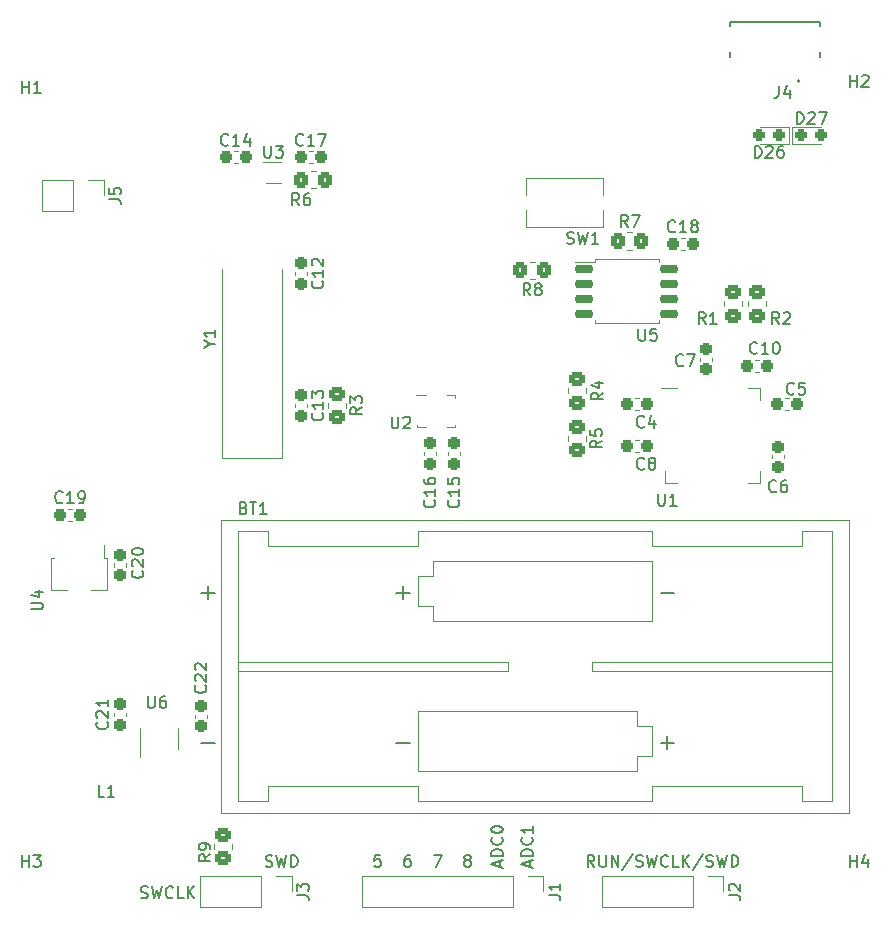
<source format=gto>
G04 #@! TF.GenerationSoftware,KiCad,Pcbnew,(6.0.5)*
G04 #@! TF.CreationDate,2023-04-10T12:53:00-04:00*
G04 #@! TF.ProjectId,control_board,636f6e74-726f-46c5-9f62-6f6172642e6b,rev?*
G04 #@! TF.SameCoordinates,Original*
G04 #@! TF.FileFunction,Legend,Top*
G04 #@! TF.FilePolarity,Positive*
%FSLAX46Y46*%
G04 Gerber Fmt 4.6, Leading zero omitted, Abs format (unit mm)*
G04 Created by KiCad (PCBNEW (6.0.5)) date 2023-04-10 12:53:00*
%MOMM*%
%LPD*%
G01*
G04 APERTURE LIST*
G04 Aperture macros list*
%AMRoundRect*
0 Rectangle with rounded corners*
0 $1 Rounding radius*
0 $2 $3 $4 $5 $6 $7 $8 $9 X,Y pos of 4 corners*
0 Add a 4 corners polygon primitive as box body*
4,1,4,$2,$3,$4,$5,$6,$7,$8,$9,$2,$3,0*
0 Add four circle primitives for the rounded corners*
1,1,$1+$1,$2,$3*
1,1,$1+$1,$4,$5*
1,1,$1+$1,$6,$7*
1,1,$1+$1,$8,$9*
0 Add four rect primitives between the rounded corners*
20,1,$1+$1,$2,$3,$4,$5,0*
20,1,$1+$1,$4,$5,$6,$7,0*
20,1,$1+$1,$6,$7,$8,$9,0*
20,1,$1+$1,$8,$9,$2,$3,0*%
%AMFreePoly0*
4,1,9,5.362500,-0.866500,1.237500,-0.866500,1.237500,-0.450000,-1.237500,-0.450000,-1.237500,0.450000,1.237500,0.450000,1.237500,0.866500,5.362500,0.866500,5.362500,-0.866500,5.362500,-0.866500,$1*%
G04 Aperture macros list end*
%ADD10C,0.150000*%
%ADD11C,0.120000*%
%ADD12C,0.200000*%
%ADD13C,0.127000*%
%ADD14C,0.100000*%
%ADD15R,1.700000X1.700000*%
%ADD16O,1.700000X1.700000*%
%ADD17R,1.600000X1.400000*%
%ADD18R,1.900000X1.900000*%
%ADD19O,0.900000X1.800000*%
%ADD20R,0.400000X1.350000*%
%ADD21C,0.500000*%
%ADD22RoundRect,0.237500X-0.237500X0.300000X-0.237500X-0.300000X0.237500X-0.300000X0.237500X0.300000X0*%
%ADD23RoundRect,0.237500X-0.300000X-0.237500X0.300000X-0.237500X0.300000X0.237500X-0.300000X0.237500X0*%
%ADD24C,2.100000*%
%ADD25RoundRect,0.250000X-0.350000X-0.450000X0.350000X-0.450000X0.350000X0.450000X-0.350000X0.450000X0*%
%ADD26R,0.650000X1.560000*%
%ADD27C,2.000000*%
%ADD28R,2.000000X2.000000*%
%ADD29C,3.450000*%
%ADD30R,0.900000X2.300000*%
%ADD31FreePoly0,270.000000*%
%ADD32RoundRect,0.237500X0.237500X-0.300000X0.237500X0.300000X-0.237500X0.300000X-0.237500X-0.300000X0*%
%ADD33RoundRect,0.150000X-0.650000X-0.150000X0.650000X-0.150000X0.650000X0.150000X-0.650000X0.150000X0*%
%ADD34RoundRect,0.250000X0.350000X0.450000X-0.350000X0.450000X-0.350000X-0.450000X0.350000X-0.450000X0*%
%ADD35RoundRect,0.250000X-0.450000X0.350000X-0.450000X-0.350000X0.450000X-0.350000X0.450000X0.350000X0*%
%ADD36RoundRect,0.237500X0.287500X0.237500X-0.287500X0.237500X-0.287500X-0.237500X0.287500X-0.237500X0*%
%ADD37R,0.675000X0.250000*%
%ADD38R,0.250000X0.675000*%
%ADD39R,2.000000X7.875000*%
%ADD40RoundRect,0.237500X0.300000X0.237500X-0.300000X0.237500X-0.300000X-0.237500X0.300000X-0.237500X0*%
%ADD41O,0.875000X0.200000*%
%ADD42O,0.200000X0.875000*%
%ADD43R,3.200000X3.200000*%
%ADD44RoundRect,0.250000X0.450000X-0.350000X0.450000X0.350000X-0.450000X0.350000X-0.450000X-0.350000X0*%
%ADD45RoundRect,0.237500X-0.287500X-0.237500X0.287500X-0.237500X0.287500X0.237500X-0.287500X0.237500X0*%
%ADD46R,1.500000X4.000000*%
%ADD47R,0.700000X0.340000*%
%ADD48R,2.108200X0.558800*%
G04 APERTURE END LIST*
D10*
X141509761Y-121800952D02*
X141414523Y-121753333D01*
X141366904Y-121705714D01*
X141319285Y-121610476D01*
X141319285Y-121562857D01*
X141366904Y-121467619D01*
X141414523Y-121420000D01*
X141509761Y-121372380D01*
X141700238Y-121372380D01*
X141795476Y-121420000D01*
X141843095Y-121467619D01*
X141890714Y-121562857D01*
X141890714Y-121610476D01*
X141843095Y-121705714D01*
X141795476Y-121753333D01*
X141700238Y-121800952D01*
X141509761Y-121800952D01*
X141414523Y-121848571D01*
X141366904Y-121896190D01*
X141319285Y-121991428D01*
X141319285Y-122181904D01*
X141366904Y-122277142D01*
X141414523Y-122324761D01*
X141509761Y-122372380D01*
X141700238Y-122372380D01*
X141795476Y-122324761D01*
X141843095Y-122277142D01*
X141890714Y-122181904D01*
X141890714Y-121991428D01*
X141843095Y-121896190D01*
X141795476Y-121848571D01*
X141700238Y-121800952D01*
X134223095Y-121372380D02*
X133746904Y-121372380D01*
X133699285Y-121848571D01*
X133746904Y-121800952D01*
X133842142Y-121753333D01*
X134080238Y-121753333D01*
X134175476Y-121800952D01*
X134223095Y-121848571D01*
X134270714Y-121943809D01*
X134270714Y-122181904D01*
X134223095Y-122277142D01*
X134175476Y-122324761D01*
X134080238Y-122372380D01*
X133842142Y-122372380D01*
X133746904Y-122324761D01*
X133699285Y-122277142D01*
X136715476Y-121372380D02*
X136525000Y-121372380D01*
X136429761Y-121420000D01*
X136382142Y-121467619D01*
X136286904Y-121610476D01*
X136239285Y-121800952D01*
X136239285Y-122181904D01*
X136286904Y-122277142D01*
X136334523Y-122324761D01*
X136429761Y-122372380D01*
X136620238Y-122372380D01*
X136715476Y-122324761D01*
X136763095Y-122277142D01*
X136810714Y-122181904D01*
X136810714Y-121943809D01*
X136763095Y-121848571D01*
X136715476Y-121800952D01*
X136620238Y-121753333D01*
X136429761Y-121753333D01*
X136334523Y-121800952D01*
X136286904Y-121848571D01*
X136239285Y-121943809D01*
X138731666Y-121372380D02*
X139398333Y-121372380D01*
X138969761Y-122372380D01*
X152329285Y-122372380D02*
X151995952Y-121896190D01*
X151757857Y-122372380D02*
X151757857Y-121372380D01*
X152138809Y-121372380D01*
X152234047Y-121420000D01*
X152281666Y-121467619D01*
X152329285Y-121562857D01*
X152329285Y-121705714D01*
X152281666Y-121800952D01*
X152234047Y-121848571D01*
X152138809Y-121896190D01*
X151757857Y-121896190D01*
X152757857Y-121372380D02*
X152757857Y-122181904D01*
X152805476Y-122277142D01*
X152853095Y-122324761D01*
X152948333Y-122372380D01*
X153138809Y-122372380D01*
X153234047Y-122324761D01*
X153281666Y-122277142D01*
X153329285Y-122181904D01*
X153329285Y-121372380D01*
X153805476Y-122372380D02*
X153805476Y-121372380D01*
X154376904Y-122372380D01*
X154376904Y-121372380D01*
X155567380Y-121324761D02*
X154710238Y-122610476D01*
X155853095Y-122324761D02*
X155995952Y-122372380D01*
X156234047Y-122372380D01*
X156329285Y-122324761D01*
X156376904Y-122277142D01*
X156424523Y-122181904D01*
X156424523Y-122086666D01*
X156376904Y-121991428D01*
X156329285Y-121943809D01*
X156234047Y-121896190D01*
X156043571Y-121848571D01*
X155948333Y-121800952D01*
X155900714Y-121753333D01*
X155853095Y-121658095D01*
X155853095Y-121562857D01*
X155900714Y-121467619D01*
X155948333Y-121420000D01*
X156043571Y-121372380D01*
X156281666Y-121372380D01*
X156424523Y-121420000D01*
X156757857Y-121372380D02*
X156995952Y-122372380D01*
X157186428Y-121658095D01*
X157376904Y-122372380D01*
X157615000Y-121372380D01*
X158567380Y-122277142D02*
X158519761Y-122324761D01*
X158376904Y-122372380D01*
X158281666Y-122372380D01*
X158138809Y-122324761D01*
X158043571Y-122229523D01*
X157995952Y-122134285D01*
X157948333Y-121943809D01*
X157948333Y-121800952D01*
X157995952Y-121610476D01*
X158043571Y-121515238D01*
X158138809Y-121420000D01*
X158281666Y-121372380D01*
X158376904Y-121372380D01*
X158519761Y-121420000D01*
X158567380Y-121467619D01*
X159472142Y-122372380D02*
X158995952Y-122372380D01*
X158995952Y-121372380D01*
X159805476Y-122372380D02*
X159805476Y-121372380D01*
X160376904Y-122372380D02*
X159948333Y-121800952D01*
X160376904Y-121372380D02*
X159805476Y-121943809D01*
X161519761Y-121324761D02*
X160662619Y-122610476D01*
X161805476Y-122324761D02*
X161948333Y-122372380D01*
X162186428Y-122372380D01*
X162281666Y-122324761D01*
X162329285Y-122277142D01*
X162376904Y-122181904D01*
X162376904Y-122086666D01*
X162329285Y-121991428D01*
X162281666Y-121943809D01*
X162186428Y-121896190D01*
X161995952Y-121848571D01*
X161900714Y-121800952D01*
X161853095Y-121753333D01*
X161805476Y-121658095D01*
X161805476Y-121562857D01*
X161853095Y-121467619D01*
X161900714Y-121420000D01*
X161995952Y-121372380D01*
X162234047Y-121372380D01*
X162376904Y-121420000D01*
X162710238Y-121372380D02*
X162948333Y-122372380D01*
X163138809Y-121658095D01*
X163329285Y-122372380D01*
X163567380Y-121372380D01*
X163948333Y-122372380D02*
X163948333Y-121372380D01*
X164186428Y-121372380D01*
X164329285Y-121420000D01*
X164424523Y-121515238D01*
X164472142Y-121610476D01*
X164519761Y-121800952D01*
X164519761Y-121943809D01*
X164472142Y-122134285D01*
X164424523Y-122229523D01*
X164329285Y-122324761D01*
X164186428Y-122372380D01*
X163948333Y-122372380D01*
X113943095Y-124991761D02*
X114085952Y-125039380D01*
X114324047Y-125039380D01*
X114419285Y-124991761D01*
X114466904Y-124944142D01*
X114514523Y-124848904D01*
X114514523Y-124753666D01*
X114466904Y-124658428D01*
X114419285Y-124610809D01*
X114324047Y-124563190D01*
X114133571Y-124515571D01*
X114038333Y-124467952D01*
X113990714Y-124420333D01*
X113943095Y-124325095D01*
X113943095Y-124229857D01*
X113990714Y-124134619D01*
X114038333Y-124087000D01*
X114133571Y-124039380D01*
X114371666Y-124039380D01*
X114514523Y-124087000D01*
X114847857Y-124039380D02*
X115085952Y-125039380D01*
X115276428Y-124325095D01*
X115466904Y-125039380D01*
X115705000Y-124039380D01*
X116657380Y-124944142D02*
X116609761Y-124991761D01*
X116466904Y-125039380D01*
X116371666Y-125039380D01*
X116228809Y-124991761D01*
X116133571Y-124896523D01*
X116085952Y-124801285D01*
X116038333Y-124610809D01*
X116038333Y-124467952D01*
X116085952Y-124277476D01*
X116133571Y-124182238D01*
X116228809Y-124087000D01*
X116371666Y-124039380D01*
X116466904Y-124039380D01*
X116609761Y-124087000D01*
X116657380Y-124134619D01*
X117562142Y-125039380D02*
X117085952Y-125039380D01*
X117085952Y-124039380D01*
X117895476Y-125039380D02*
X117895476Y-124039380D01*
X118466904Y-125039380D02*
X118038333Y-124467952D01*
X118466904Y-124039380D02*
X117895476Y-124610809D01*
X124507857Y-122324761D02*
X124650714Y-122372380D01*
X124888809Y-122372380D01*
X124984047Y-122324761D01*
X125031666Y-122277142D01*
X125079285Y-122181904D01*
X125079285Y-122086666D01*
X125031666Y-121991428D01*
X124984047Y-121943809D01*
X124888809Y-121896190D01*
X124698333Y-121848571D01*
X124603095Y-121800952D01*
X124555476Y-121753333D01*
X124507857Y-121658095D01*
X124507857Y-121562857D01*
X124555476Y-121467619D01*
X124603095Y-121420000D01*
X124698333Y-121372380D01*
X124936428Y-121372380D01*
X125079285Y-121420000D01*
X125412619Y-121372380D02*
X125650714Y-122372380D01*
X125841190Y-121658095D01*
X126031666Y-122372380D01*
X126269761Y-121372380D01*
X126650714Y-122372380D02*
X126650714Y-121372380D01*
X126888809Y-121372380D01*
X127031666Y-121420000D01*
X127126904Y-121515238D01*
X127174523Y-121610476D01*
X127222142Y-121800952D01*
X127222142Y-121943809D01*
X127174523Y-122134285D01*
X127126904Y-122229523D01*
X127031666Y-122324761D01*
X126888809Y-122372380D01*
X126650714Y-122372380D01*
X144311666Y-122364285D02*
X144311666Y-121888095D01*
X144597380Y-122459523D02*
X143597380Y-122126190D01*
X144597380Y-121792857D01*
X144597380Y-121459523D02*
X143597380Y-121459523D01*
X143597380Y-121221428D01*
X143645000Y-121078571D01*
X143740238Y-120983333D01*
X143835476Y-120935714D01*
X144025952Y-120888095D01*
X144168809Y-120888095D01*
X144359285Y-120935714D01*
X144454523Y-120983333D01*
X144549761Y-121078571D01*
X144597380Y-121221428D01*
X144597380Y-121459523D01*
X144502142Y-119888095D02*
X144549761Y-119935714D01*
X144597380Y-120078571D01*
X144597380Y-120173809D01*
X144549761Y-120316666D01*
X144454523Y-120411904D01*
X144359285Y-120459523D01*
X144168809Y-120507142D01*
X144025952Y-120507142D01*
X143835476Y-120459523D01*
X143740238Y-120411904D01*
X143645000Y-120316666D01*
X143597380Y-120173809D01*
X143597380Y-120078571D01*
X143645000Y-119935714D01*
X143692619Y-119888095D01*
X143597380Y-119269047D02*
X143597380Y-119173809D01*
X143645000Y-119078571D01*
X143692619Y-119030952D01*
X143787857Y-118983333D01*
X143978333Y-118935714D01*
X144216428Y-118935714D01*
X144406904Y-118983333D01*
X144502142Y-119030952D01*
X144549761Y-119078571D01*
X144597380Y-119173809D01*
X144597380Y-119269047D01*
X144549761Y-119364285D01*
X144502142Y-119411904D01*
X144406904Y-119459523D01*
X144216428Y-119507142D01*
X143978333Y-119507142D01*
X143787857Y-119459523D01*
X143692619Y-119411904D01*
X143645000Y-119364285D01*
X143597380Y-119269047D01*
X146851666Y-122364285D02*
X146851666Y-121888095D01*
X147137380Y-122459523D02*
X146137380Y-122126190D01*
X147137380Y-121792857D01*
X147137380Y-121459523D02*
X146137380Y-121459523D01*
X146137380Y-121221428D01*
X146185000Y-121078571D01*
X146280238Y-120983333D01*
X146375476Y-120935714D01*
X146565952Y-120888095D01*
X146708809Y-120888095D01*
X146899285Y-120935714D01*
X146994523Y-120983333D01*
X147089761Y-121078571D01*
X147137380Y-121221428D01*
X147137380Y-121459523D01*
X147042142Y-119888095D02*
X147089761Y-119935714D01*
X147137380Y-120078571D01*
X147137380Y-120173809D01*
X147089761Y-120316666D01*
X146994523Y-120411904D01*
X146899285Y-120459523D01*
X146708809Y-120507142D01*
X146565952Y-120507142D01*
X146375476Y-120459523D01*
X146280238Y-120411904D01*
X146185000Y-120316666D01*
X146137380Y-120173809D01*
X146137380Y-120078571D01*
X146185000Y-119935714D01*
X146232619Y-119888095D01*
X147137380Y-118935714D02*
X147137380Y-119507142D01*
X147137380Y-119221428D02*
X146137380Y-119221428D01*
X146280238Y-119316666D01*
X146375476Y-119411904D01*
X146423095Y-119507142D01*
X163707380Y-124793333D02*
X164421666Y-124793333D01*
X164564523Y-124840952D01*
X164659761Y-124936190D01*
X164707380Y-125079047D01*
X164707380Y-125174285D01*
X163802619Y-124364761D02*
X163755000Y-124317142D01*
X163707380Y-124221904D01*
X163707380Y-123983809D01*
X163755000Y-123888571D01*
X163802619Y-123840952D01*
X163897857Y-123793333D01*
X163993095Y-123793333D01*
X164135952Y-123840952D01*
X164707380Y-124412380D01*
X164707380Y-123793333D01*
X167964326Y-56265300D02*
X167964326Y-56979586D01*
X167916707Y-57122443D01*
X167821469Y-57217681D01*
X167678612Y-57265300D01*
X167583374Y-57265300D01*
X168869088Y-56598634D02*
X168869088Y-57265300D01*
X168630993Y-56217681D02*
X168392898Y-56931967D01*
X169011945Y-56931967D01*
X129295142Y-72778857D02*
X129342761Y-72826476D01*
X129390380Y-72969333D01*
X129390380Y-73064571D01*
X129342761Y-73207428D01*
X129247523Y-73302666D01*
X129152285Y-73350285D01*
X128961809Y-73397904D01*
X128818952Y-73397904D01*
X128628476Y-73350285D01*
X128533238Y-73302666D01*
X128438000Y-73207428D01*
X128390380Y-73064571D01*
X128390380Y-72969333D01*
X128438000Y-72826476D01*
X128485619Y-72778857D01*
X129390380Y-71826476D02*
X129390380Y-72397904D01*
X129390380Y-72112190D02*
X128390380Y-72112190D01*
X128533238Y-72207428D01*
X128628476Y-72302666D01*
X128676095Y-72397904D01*
X128485619Y-71445523D02*
X128438000Y-71397904D01*
X128390380Y-71302666D01*
X128390380Y-71064571D01*
X128438000Y-70969333D01*
X128485619Y-70921714D01*
X128580857Y-70874095D01*
X128676095Y-70874095D01*
X128818952Y-70921714D01*
X129390380Y-71493142D01*
X129390380Y-70874095D01*
X159182642Y-68554642D02*
X159135023Y-68602261D01*
X158992166Y-68649880D01*
X158896928Y-68649880D01*
X158754071Y-68602261D01*
X158658833Y-68507023D01*
X158611214Y-68411785D01*
X158563595Y-68221309D01*
X158563595Y-68078452D01*
X158611214Y-67887976D01*
X158658833Y-67792738D01*
X158754071Y-67697500D01*
X158896928Y-67649880D01*
X158992166Y-67649880D01*
X159135023Y-67697500D01*
X159182642Y-67745119D01*
X160135023Y-68649880D02*
X159563595Y-68649880D01*
X159849309Y-68649880D02*
X159849309Y-67649880D01*
X159754071Y-67792738D01*
X159658833Y-67887976D01*
X159563595Y-67935595D01*
X160706452Y-68078452D02*
X160611214Y-68030833D01*
X160563595Y-67983214D01*
X160515976Y-67887976D01*
X160515976Y-67840357D01*
X160563595Y-67745119D01*
X160611214Y-67697500D01*
X160706452Y-67649880D01*
X160896928Y-67649880D01*
X160992166Y-67697500D01*
X161039785Y-67745119D01*
X161087404Y-67840357D01*
X161087404Y-67887976D01*
X161039785Y-67983214D01*
X160992166Y-68030833D01*
X160896928Y-68078452D01*
X160706452Y-68078452D01*
X160611214Y-68126071D01*
X160563595Y-68173690D01*
X160515976Y-68268928D01*
X160515976Y-68459404D01*
X160563595Y-68554642D01*
X160611214Y-68602261D01*
X160706452Y-68649880D01*
X160896928Y-68649880D01*
X160992166Y-68602261D01*
X161039785Y-68554642D01*
X161087404Y-68459404D01*
X161087404Y-68268928D01*
X161039785Y-68173690D01*
X160992166Y-68126071D01*
X160896928Y-68078452D01*
X107307142Y-91489642D02*
X107259523Y-91537261D01*
X107116666Y-91584880D01*
X107021428Y-91584880D01*
X106878571Y-91537261D01*
X106783333Y-91442023D01*
X106735714Y-91346785D01*
X106688095Y-91156309D01*
X106688095Y-91013452D01*
X106735714Y-90822976D01*
X106783333Y-90727738D01*
X106878571Y-90632500D01*
X107021428Y-90584880D01*
X107116666Y-90584880D01*
X107259523Y-90632500D01*
X107307142Y-90680119D01*
X108259523Y-91584880D02*
X107688095Y-91584880D01*
X107973809Y-91584880D02*
X107973809Y-90584880D01*
X107878571Y-90727738D01*
X107783333Y-90822976D01*
X107688095Y-90870595D01*
X108735714Y-91584880D02*
X108926190Y-91584880D01*
X109021428Y-91537261D01*
X109069047Y-91489642D01*
X109164285Y-91346785D01*
X109211904Y-91156309D01*
X109211904Y-90775357D01*
X109164285Y-90680119D01*
X109116666Y-90632500D01*
X109021428Y-90584880D01*
X108830952Y-90584880D01*
X108735714Y-90632500D01*
X108688095Y-90680119D01*
X108640476Y-90775357D01*
X108640476Y-91013452D01*
X108688095Y-91108690D01*
X108735714Y-91156309D01*
X108830952Y-91203928D01*
X109021428Y-91203928D01*
X109116666Y-91156309D01*
X109164285Y-91108690D01*
X109211904Y-91013452D01*
X173990095Y-56332380D02*
X173990095Y-55332380D01*
X173990095Y-55808571D02*
X174561523Y-55808571D01*
X174561523Y-56332380D02*
X174561523Y-55332380D01*
X174990095Y-55427619D02*
X175037714Y-55380000D01*
X175132952Y-55332380D01*
X175371047Y-55332380D01*
X175466285Y-55380000D01*
X175513904Y-55427619D01*
X175561523Y-55522857D01*
X175561523Y-55618095D01*
X175513904Y-55760952D01*
X174942476Y-56332380D01*
X175561523Y-56332380D01*
X169243333Y-82300642D02*
X169195714Y-82348261D01*
X169052857Y-82395880D01*
X168957619Y-82395880D01*
X168814761Y-82348261D01*
X168719523Y-82253023D01*
X168671904Y-82157785D01*
X168624285Y-81967309D01*
X168624285Y-81824452D01*
X168671904Y-81633976D01*
X168719523Y-81538738D01*
X168814761Y-81443500D01*
X168957619Y-81395880D01*
X169052857Y-81395880D01*
X169195714Y-81443500D01*
X169243333Y-81491119D01*
X170148095Y-81395880D02*
X169671904Y-81395880D01*
X169624285Y-81872071D01*
X169671904Y-81824452D01*
X169767142Y-81776833D01*
X170005238Y-81776833D01*
X170100476Y-81824452D01*
X170148095Y-81872071D01*
X170195714Y-81967309D01*
X170195714Y-82205404D01*
X170148095Y-82300642D01*
X170100476Y-82348261D01*
X170005238Y-82395880D01*
X169767142Y-82395880D01*
X169671904Y-82348261D01*
X169624285Y-82300642D01*
X127348783Y-66360180D02*
X127015450Y-65883990D01*
X126777354Y-66360180D02*
X126777354Y-65360180D01*
X127158307Y-65360180D01*
X127253545Y-65407800D01*
X127301164Y-65455419D01*
X127348783Y-65550657D01*
X127348783Y-65693514D01*
X127301164Y-65788752D01*
X127253545Y-65836371D01*
X127158307Y-65883990D01*
X126777354Y-65883990D01*
X128205926Y-65360180D02*
X128015450Y-65360180D01*
X127920211Y-65407800D01*
X127872592Y-65455419D01*
X127777354Y-65598276D01*
X127729735Y-65788752D01*
X127729735Y-66169704D01*
X127777354Y-66264942D01*
X127824973Y-66312561D01*
X127920211Y-66360180D01*
X128110688Y-66360180D01*
X128205926Y-66312561D01*
X128253545Y-66264942D01*
X128301164Y-66169704D01*
X128301164Y-65931609D01*
X128253545Y-65836371D01*
X128205926Y-65788752D01*
X128110688Y-65741133D01*
X127920211Y-65741133D01*
X127824973Y-65788752D01*
X127777354Y-65836371D01*
X127729735Y-65931609D01*
X114537695Y-107935780D02*
X114537695Y-108745304D01*
X114585314Y-108840542D01*
X114632933Y-108888161D01*
X114728171Y-108935780D01*
X114918647Y-108935780D01*
X115013885Y-108888161D01*
X115061504Y-108840542D01*
X115109123Y-108745304D01*
X115109123Y-107935780D01*
X116013885Y-107935780D02*
X115823409Y-107935780D01*
X115728171Y-107983400D01*
X115680552Y-108031019D01*
X115585314Y-108173876D01*
X115537695Y-108364352D01*
X115537695Y-108745304D01*
X115585314Y-108840542D01*
X115632933Y-108888161D01*
X115728171Y-108935780D01*
X115918647Y-108935780D01*
X116013885Y-108888161D01*
X116061504Y-108840542D01*
X116109123Y-108745304D01*
X116109123Y-108507209D01*
X116061504Y-108411971D01*
X116013885Y-108364352D01*
X115918647Y-108316733D01*
X115728171Y-108316733D01*
X115632933Y-108364352D01*
X115585314Y-108411971D01*
X115537695Y-108507209D01*
X122634285Y-91988571D02*
X122777142Y-92036190D01*
X122824761Y-92083809D01*
X122872380Y-92179047D01*
X122872380Y-92321904D01*
X122824761Y-92417142D01*
X122777142Y-92464761D01*
X122681904Y-92512380D01*
X122300952Y-92512380D01*
X122300952Y-91512380D01*
X122634285Y-91512380D01*
X122729523Y-91560000D01*
X122777142Y-91607619D01*
X122824761Y-91702857D01*
X122824761Y-91798095D01*
X122777142Y-91893333D01*
X122729523Y-91940952D01*
X122634285Y-91988571D01*
X122300952Y-91988571D01*
X123158095Y-91512380D02*
X123729523Y-91512380D01*
X123443809Y-92512380D02*
X123443809Y-91512380D01*
X124586666Y-92512380D02*
X124015238Y-92512380D01*
X124300952Y-92512380D02*
X124300952Y-91512380D01*
X124205714Y-91655238D01*
X124110476Y-91750476D01*
X124015238Y-91798095D01*
X157948571Y-111867142D02*
X159091428Y-111867142D01*
X158520000Y-112438571D02*
X158520000Y-111295714D01*
X119038571Y-99167142D02*
X120181428Y-99167142D01*
X119610000Y-99738571D02*
X119610000Y-98595714D01*
X135548571Y-99167142D02*
X136691428Y-99167142D01*
X136120000Y-99738571D02*
X136120000Y-98595714D01*
X157948571Y-99167142D02*
X159091428Y-99167142D01*
X119038571Y-111867142D02*
X120181428Y-111867142D01*
X135548571Y-111867142D02*
X136691428Y-111867142D01*
X104652380Y-100574404D02*
X105461904Y-100574404D01*
X105557142Y-100526785D01*
X105604761Y-100479166D01*
X105652380Y-100383928D01*
X105652380Y-100193452D01*
X105604761Y-100098214D01*
X105557142Y-100050595D01*
X105461904Y-100002976D01*
X104652380Y-100002976D01*
X104985714Y-99098214D02*
X105652380Y-99098214D01*
X104604761Y-99336309D02*
X105319047Y-99574404D01*
X105319047Y-98955357D01*
X119390321Y-107021556D02*
X119437940Y-107069175D01*
X119485559Y-107212032D01*
X119485559Y-107307270D01*
X119437940Y-107450127D01*
X119342702Y-107545365D01*
X119247464Y-107592984D01*
X119056988Y-107640603D01*
X118914131Y-107640603D01*
X118723655Y-107592984D01*
X118628417Y-107545365D01*
X118533179Y-107450127D01*
X118485559Y-107307270D01*
X118485559Y-107212032D01*
X118533179Y-107069175D01*
X118580798Y-107021556D01*
X118580798Y-106640603D02*
X118533179Y-106592984D01*
X118485559Y-106497746D01*
X118485559Y-106259651D01*
X118533179Y-106164413D01*
X118580798Y-106116794D01*
X118676036Y-106069175D01*
X118771274Y-106069175D01*
X118914131Y-106116794D01*
X119485559Y-106688222D01*
X119485559Y-106069175D01*
X118580798Y-105688222D02*
X118533179Y-105640603D01*
X118485559Y-105545365D01*
X118485559Y-105307270D01*
X118533179Y-105212032D01*
X118580798Y-105164413D01*
X118676036Y-105116794D01*
X118771274Y-105116794D01*
X118914131Y-105164413D01*
X119485559Y-105735841D01*
X119485559Y-105116794D01*
X127147380Y-124793333D02*
X127861666Y-124793333D01*
X128004523Y-124840952D01*
X128099761Y-124936190D01*
X128147380Y-125079047D01*
X128147380Y-125174285D01*
X127147380Y-124412380D02*
X127147380Y-123793333D01*
X127528333Y-124126666D01*
X127528333Y-123983809D01*
X127575952Y-123888571D01*
X127623571Y-123840952D01*
X127718809Y-123793333D01*
X127956904Y-123793333D01*
X128052142Y-123840952D01*
X128099761Y-123888571D01*
X128147380Y-123983809D01*
X128147380Y-124269523D01*
X128099761Y-124364761D01*
X128052142Y-124412380D01*
X167727333Y-90554642D02*
X167679714Y-90602261D01*
X167536857Y-90649880D01*
X167441619Y-90649880D01*
X167298761Y-90602261D01*
X167203523Y-90507023D01*
X167155904Y-90411785D01*
X167108285Y-90221309D01*
X167108285Y-90078452D01*
X167155904Y-89887976D01*
X167203523Y-89792738D01*
X167298761Y-89697500D01*
X167441619Y-89649880D01*
X167536857Y-89649880D01*
X167679714Y-89697500D01*
X167727333Y-89745119D01*
X168584476Y-89649880D02*
X168394000Y-89649880D01*
X168298761Y-89697500D01*
X168251142Y-89745119D01*
X168155904Y-89887976D01*
X168108285Y-90078452D01*
X168108285Y-90459404D01*
X168155904Y-90554642D01*
X168203523Y-90602261D01*
X168298761Y-90649880D01*
X168489238Y-90649880D01*
X168584476Y-90602261D01*
X168632095Y-90554642D01*
X168679714Y-90459404D01*
X168679714Y-90221309D01*
X168632095Y-90126071D01*
X168584476Y-90078452D01*
X168489238Y-90030833D01*
X168298761Y-90030833D01*
X168203523Y-90078452D01*
X168155904Y-90126071D01*
X168108285Y-90221309D01*
X103886095Y-122372380D02*
X103886095Y-121372380D01*
X103886095Y-121848571D02*
X104457523Y-121848571D01*
X104457523Y-122372380D02*
X104457523Y-121372380D01*
X104838476Y-121372380D02*
X105457523Y-121372380D01*
X105124190Y-121753333D01*
X105267047Y-121753333D01*
X105362285Y-121800952D01*
X105409904Y-121848571D01*
X105457523Y-121943809D01*
X105457523Y-122181904D01*
X105409904Y-122277142D01*
X105362285Y-122324761D01*
X105267047Y-122372380D01*
X104981333Y-122372380D01*
X104886095Y-122324761D01*
X104838476Y-122277142D01*
X156063595Y-76829880D02*
X156063595Y-77639404D01*
X156111214Y-77734642D01*
X156158833Y-77782261D01*
X156254071Y-77829880D01*
X156444547Y-77829880D01*
X156539785Y-77782261D01*
X156587404Y-77734642D01*
X156635023Y-77639404D01*
X156635023Y-76829880D01*
X157587404Y-76829880D02*
X157111214Y-76829880D01*
X157063595Y-77306071D01*
X157111214Y-77258452D01*
X157206452Y-77210833D01*
X157444547Y-77210833D01*
X157539785Y-77258452D01*
X157587404Y-77306071D01*
X157635023Y-77401309D01*
X157635023Y-77639404D01*
X157587404Y-77734642D01*
X157539785Y-77782261D01*
X157444547Y-77829880D01*
X157206452Y-77829880D01*
X157111214Y-77782261D01*
X157063595Y-77734642D01*
X146908833Y-73979880D02*
X146575500Y-73503690D01*
X146337404Y-73979880D02*
X146337404Y-72979880D01*
X146718357Y-72979880D01*
X146813595Y-73027500D01*
X146861214Y-73075119D01*
X146908833Y-73170357D01*
X146908833Y-73313214D01*
X146861214Y-73408452D01*
X146813595Y-73456071D01*
X146718357Y-73503690D01*
X146337404Y-73503690D01*
X147480261Y-73408452D02*
X147385023Y-73360833D01*
X147337404Y-73313214D01*
X147289785Y-73217976D01*
X147289785Y-73170357D01*
X147337404Y-73075119D01*
X147385023Y-73027500D01*
X147480261Y-72979880D01*
X147670738Y-72979880D01*
X147765976Y-73027500D01*
X147813595Y-73075119D01*
X147861214Y-73170357D01*
X147861214Y-73217976D01*
X147813595Y-73313214D01*
X147765976Y-73360833D01*
X147670738Y-73408452D01*
X147480261Y-73408452D01*
X147385023Y-73456071D01*
X147337404Y-73503690D01*
X147289785Y-73598928D01*
X147289785Y-73789404D01*
X147337404Y-73884642D01*
X147385023Y-73932261D01*
X147480261Y-73979880D01*
X147670738Y-73979880D01*
X147765976Y-73932261D01*
X147813595Y-73884642D01*
X147861214Y-73789404D01*
X147861214Y-73598928D01*
X147813595Y-73503690D01*
X147765976Y-73456071D01*
X147670738Y-73408452D01*
X148467380Y-124793333D02*
X149181666Y-124793333D01*
X149324523Y-124840952D01*
X149419761Y-124936190D01*
X149467380Y-125079047D01*
X149467380Y-125174285D01*
X149467380Y-123793333D02*
X149467380Y-124364761D01*
X149467380Y-124079047D02*
X148467380Y-124079047D01*
X148610238Y-124174285D01*
X148705476Y-124269523D01*
X148753095Y-124364761D01*
X140819142Y-91320857D02*
X140866761Y-91368476D01*
X140914380Y-91511333D01*
X140914380Y-91606571D01*
X140866761Y-91749428D01*
X140771523Y-91844666D01*
X140676285Y-91892285D01*
X140485809Y-91939904D01*
X140342952Y-91939904D01*
X140152476Y-91892285D01*
X140057238Y-91844666D01*
X139962000Y-91749428D01*
X139914380Y-91606571D01*
X139914380Y-91511333D01*
X139962000Y-91368476D01*
X140009619Y-91320857D01*
X140914380Y-90368476D02*
X140914380Y-90939904D01*
X140914380Y-90654190D02*
X139914380Y-90654190D01*
X140057238Y-90749428D01*
X140152476Y-90844666D01*
X140200095Y-90939904D01*
X139914380Y-89463714D02*
X139914380Y-89939904D01*
X140390571Y-89987523D01*
X140342952Y-89939904D01*
X140295333Y-89844666D01*
X140295333Y-89606571D01*
X140342952Y-89511333D01*
X140390571Y-89463714D01*
X140485809Y-89416095D01*
X140723904Y-89416095D01*
X140819142Y-89463714D01*
X140866761Y-89511333D01*
X140914380Y-89606571D01*
X140914380Y-89844666D01*
X140866761Y-89939904D01*
X140819142Y-89987523D01*
X119832380Y-121324666D02*
X119356190Y-121658000D01*
X119832380Y-121896095D02*
X118832380Y-121896095D01*
X118832380Y-121515142D01*
X118880000Y-121419904D01*
X118927619Y-121372285D01*
X119022857Y-121324666D01*
X119165714Y-121324666D01*
X119260952Y-121372285D01*
X119308571Y-121419904D01*
X119356190Y-121515142D01*
X119356190Y-121896095D01*
X119832380Y-120848476D02*
X119832380Y-120658000D01*
X119784761Y-120562761D01*
X119737142Y-120515142D01*
X119594285Y-120419904D01*
X119403809Y-120372285D01*
X119022857Y-120372285D01*
X118927619Y-120419904D01*
X118880000Y-120467523D01*
X118832380Y-120562761D01*
X118832380Y-120753238D01*
X118880000Y-120848476D01*
X118927619Y-120896095D01*
X119022857Y-120943714D01*
X119260952Y-120943714D01*
X119356190Y-120896095D01*
X119403809Y-120848476D01*
X119451428Y-120753238D01*
X119451428Y-120562761D01*
X119403809Y-120467523D01*
X119356190Y-120419904D01*
X119260952Y-120372285D01*
X159853333Y-79886642D02*
X159805714Y-79934261D01*
X159662857Y-79981880D01*
X159567619Y-79981880D01*
X159424761Y-79934261D01*
X159329523Y-79839023D01*
X159281904Y-79743785D01*
X159234285Y-79553309D01*
X159234285Y-79410452D01*
X159281904Y-79219976D01*
X159329523Y-79124738D01*
X159424761Y-79029500D01*
X159567619Y-78981880D01*
X159662857Y-78981880D01*
X159805714Y-79029500D01*
X159853333Y-79077119D01*
X160186666Y-78981880D02*
X160853333Y-78981880D01*
X160424761Y-79981880D01*
X165917714Y-62334380D02*
X165917714Y-61334380D01*
X166155809Y-61334380D01*
X166298666Y-61382000D01*
X166393904Y-61477238D01*
X166441523Y-61572476D01*
X166489142Y-61762952D01*
X166489142Y-61905809D01*
X166441523Y-62096285D01*
X166393904Y-62191523D01*
X166298666Y-62286761D01*
X166155809Y-62334380D01*
X165917714Y-62334380D01*
X166870095Y-61429619D02*
X166917714Y-61382000D01*
X167012952Y-61334380D01*
X167251047Y-61334380D01*
X167346285Y-61382000D01*
X167393904Y-61429619D01*
X167441523Y-61524857D01*
X167441523Y-61620095D01*
X167393904Y-61762952D01*
X166822476Y-62334380D01*
X167441523Y-62334380D01*
X168298666Y-61334380D02*
X168108190Y-61334380D01*
X168012952Y-61382000D01*
X167965333Y-61429619D01*
X167870095Y-61572476D01*
X167822476Y-61762952D01*
X167822476Y-62143904D01*
X167870095Y-62239142D01*
X167917714Y-62286761D01*
X168012952Y-62334380D01*
X168203428Y-62334380D01*
X168298666Y-62286761D01*
X168346285Y-62239142D01*
X168393904Y-62143904D01*
X168393904Y-61905809D01*
X168346285Y-61810571D01*
X168298666Y-61762952D01*
X168203428Y-61715333D01*
X168012952Y-61715333D01*
X167917714Y-61762952D01*
X167870095Y-61810571D01*
X167822476Y-61905809D01*
X135176095Y-84259880D02*
X135176095Y-85069404D01*
X135223714Y-85164642D01*
X135271333Y-85212261D01*
X135366571Y-85259880D01*
X135557047Y-85259880D01*
X135652285Y-85212261D01*
X135699904Y-85164642D01*
X135747523Y-85069404D01*
X135747523Y-84259880D01*
X136176095Y-84355119D02*
X136223714Y-84307500D01*
X136318952Y-84259880D01*
X136557047Y-84259880D01*
X136652285Y-84307500D01*
X136699904Y-84355119D01*
X136747523Y-84450357D01*
X136747523Y-84545595D01*
X136699904Y-84688452D01*
X136128476Y-85259880D01*
X136747523Y-85259880D01*
X119773190Y-78126190D02*
X120249380Y-78126190D01*
X119249380Y-78459523D02*
X119773190Y-78126190D01*
X119249380Y-77792857D01*
X120249380Y-76935714D02*
X120249380Y-77507142D01*
X120249380Y-77221428D02*
X119249380Y-77221428D01*
X119392238Y-77316666D01*
X119487476Y-77411904D01*
X119535095Y-77507142D01*
X155158833Y-68179880D02*
X154825500Y-67703690D01*
X154587404Y-68179880D02*
X154587404Y-67179880D01*
X154968357Y-67179880D01*
X155063595Y-67227500D01*
X155111214Y-67275119D01*
X155158833Y-67370357D01*
X155158833Y-67513214D01*
X155111214Y-67608452D01*
X155063595Y-67656071D01*
X154968357Y-67703690D01*
X154587404Y-67703690D01*
X155492166Y-67179880D02*
X156158833Y-67179880D01*
X155730261Y-68179880D01*
X156559333Y-88648642D02*
X156511714Y-88696261D01*
X156368857Y-88743880D01*
X156273619Y-88743880D01*
X156130761Y-88696261D01*
X156035523Y-88601023D01*
X155987904Y-88505785D01*
X155940285Y-88315309D01*
X155940285Y-88172452D01*
X155987904Y-87981976D01*
X156035523Y-87886738D01*
X156130761Y-87791500D01*
X156273619Y-87743880D01*
X156368857Y-87743880D01*
X156511714Y-87791500D01*
X156559333Y-87839119D01*
X157130761Y-88172452D02*
X157035523Y-88124833D01*
X156987904Y-88077214D01*
X156940285Y-87981976D01*
X156940285Y-87934357D01*
X156987904Y-87839119D01*
X157035523Y-87791500D01*
X157130761Y-87743880D01*
X157321238Y-87743880D01*
X157416476Y-87791500D01*
X157464095Y-87839119D01*
X157511714Y-87934357D01*
X157511714Y-87981976D01*
X157464095Y-88077214D01*
X157416476Y-88124833D01*
X157321238Y-88172452D01*
X157130761Y-88172452D01*
X157035523Y-88220071D01*
X156987904Y-88267690D01*
X156940285Y-88362928D01*
X156940285Y-88553404D01*
X156987904Y-88648642D01*
X157035523Y-88696261D01*
X157130761Y-88743880D01*
X157321238Y-88743880D01*
X157416476Y-88696261D01*
X157464095Y-88648642D01*
X157511714Y-88553404D01*
X157511714Y-88362928D01*
X157464095Y-88267690D01*
X157416476Y-88220071D01*
X157321238Y-88172452D01*
X111261380Y-65865333D02*
X111975666Y-65865333D01*
X112118523Y-65912952D01*
X112213761Y-66008190D01*
X112261380Y-66151047D01*
X112261380Y-66246285D01*
X111261380Y-64912952D02*
X111261380Y-65389142D01*
X111737571Y-65436761D01*
X111689952Y-65389142D01*
X111642333Y-65293904D01*
X111642333Y-65055809D01*
X111689952Y-64960571D01*
X111737571Y-64912952D01*
X111832809Y-64865333D01*
X112070904Y-64865333D01*
X112166142Y-64912952D01*
X112213761Y-64960571D01*
X112261380Y-65055809D01*
X112261380Y-65293904D01*
X112213761Y-65389142D01*
X112166142Y-65436761D01*
X157742095Y-90791880D02*
X157742095Y-91601404D01*
X157789714Y-91696642D01*
X157837333Y-91744261D01*
X157932571Y-91791880D01*
X158123047Y-91791880D01*
X158218285Y-91744261D01*
X158265904Y-91696642D01*
X158313523Y-91601404D01*
X158313523Y-90791880D01*
X159313523Y-91791880D02*
X158742095Y-91791880D01*
X159027809Y-91791880D02*
X159027809Y-90791880D01*
X158932571Y-90934738D01*
X158837333Y-91029976D01*
X158742095Y-91077595D01*
X153078380Y-82236166D02*
X152602190Y-82569500D01*
X153078380Y-82807595D02*
X152078380Y-82807595D01*
X152078380Y-82426642D01*
X152126000Y-82331404D01*
X152173619Y-82283785D01*
X152268857Y-82236166D01*
X152411714Y-82236166D01*
X152506952Y-82283785D01*
X152554571Y-82331404D01*
X152602190Y-82426642D01*
X152602190Y-82807595D01*
X152411714Y-81379023D02*
X153078380Y-81379023D01*
X152030761Y-81617119D02*
X152745047Y-81855214D01*
X152745047Y-81236166D01*
X132658380Y-83478666D02*
X132182190Y-83812000D01*
X132658380Y-84050095D02*
X131658380Y-84050095D01*
X131658380Y-83669142D01*
X131706000Y-83573904D01*
X131753619Y-83526285D01*
X131848857Y-83478666D01*
X131991714Y-83478666D01*
X132086952Y-83526285D01*
X132134571Y-83573904D01*
X132182190Y-83669142D01*
X132182190Y-84050095D01*
X131658380Y-83145333D02*
X131658380Y-82526285D01*
X132039333Y-82859619D01*
X132039333Y-82716761D01*
X132086952Y-82621523D01*
X132134571Y-82573904D01*
X132229809Y-82526285D01*
X132467904Y-82526285D01*
X132563142Y-82573904D01*
X132610761Y-82621523D01*
X132658380Y-82716761D01*
X132658380Y-83002476D01*
X132610761Y-83097714D01*
X132563142Y-83145333D01*
X169473714Y-59474380D02*
X169473714Y-58474380D01*
X169711809Y-58474380D01*
X169854666Y-58522000D01*
X169949904Y-58617238D01*
X169997523Y-58712476D01*
X170045142Y-58902952D01*
X170045142Y-59045809D01*
X169997523Y-59236285D01*
X169949904Y-59331523D01*
X169854666Y-59426761D01*
X169711809Y-59474380D01*
X169473714Y-59474380D01*
X170426095Y-58569619D02*
X170473714Y-58522000D01*
X170568952Y-58474380D01*
X170807047Y-58474380D01*
X170902285Y-58522000D01*
X170949904Y-58569619D01*
X170997523Y-58664857D01*
X170997523Y-58760095D01*
X170949904Y-58902952D01*
X170378476Y-59474380D01*
X170997523Y-59474380D01*
X171330857Y-58474380D02*
X171997523Y-58474380D01*
X171568952Y-59474380D01*
X114057142Y-97309090D02*
X114104761Y-97356709D01*
X114152380Y-97499566D01*
X114152380Y-97594804D01*
X114104761Y-97737661D01*
X114009523Y-97832899D01*
X113914285Y-97880518D01*
X113723809Y-97928137D01*
X113580952Y-97928137D01*
X113390476Y-97880518D01*
X113295238Y-97832899D01*
X113200000Y-97737661D01*
X113152380Y-97594804D01*
X113152380Y-97499566D01*
X113200000Y-97356709D01*
X113247619Y-97309090D01*
X113247619Y-96928137D02*
X113200000Y-96880518D01*
X113152380Y-96785280D01*
X113152380Y-96547185D01*
X113200000Y-96451947D01*
X113247619Y-96404328D01*
X113342857Y-96356709D01*
X113438095Y-96356709D01*
X113580952Y-96404328D01*
X114152380Y-96975756D01*
X114152380Y-96356709D01*
X113152380Y-95737661D02*
X113152380Y-95642423D01*
X113200000Y-95547185D01*
X113247619Y-95499566D01*
X113342857Y-95451947D01*
X113533333Y-95404328D01*
X113771428Y-95404328D01*
X113961904Y-95451947D01*
X114057142Y-95499566D01*
X114104761Y-95547185D01*
X114152380Y-95642423D01*
X114152380Y-95737661D01*
X114104761Y-95832899D01*
X114057142Y-95880518D01*
X113961904Y-95928137D01*
X113771428Y-95975756D01*
X113533333Y-95975756D01*
X113342857Y-95928137D01*
X113247619Y-95880518D01*
X113200000Y-95832899D01*
X113152380Y-95737661D01*
X121335392Y-61228142D02*
X121287773Y-61275761D01*
X121144916Y-61323380D01*
X121049678Y-61323380D01*
X120906821Y-61275761D01*
X120811583Y-61180523D01*
X120763964Y-61085285D01*
X120716345Y-60894809D01*
X120716345Y-60751952D01*
X120763964Y-60561476D01*
X120811583Y-60466238D01*
X120906821Y-60371000D01*
X121049678Y-60323380D01*
X121144916Y-60323380D01*
X121287773Y-60371000D01*
X121335392Y-60418619D01*
X122287773Y-61323380D02*
X121716345Y-61323380D01*
X122002059Y-61323380D02*
X122002059Y-60323380D01*
X121906821Y-60466238D01*
X121811583Y-60561476D01*
X121716345Y-60609095D01*
X123144916Y-60656714D02*
X123144916Y-61323380D01*
X122906821Y-60275761D02*
X122668726Y-60990047D01*
X123287773Y-60990047D01*
X161750569Y-76425880D02*
X161417236Y-75949690D01*
X161179140Y-76425880D02*
X161179140Y-75425880D01*
X161560093Y-75425880D01*
X161655331Y-75473500D01*
X161702950Y-75521119D01*
X161750569Y-75616357D01*
X161750569Y-75759214D01*
X161702950Y-75854452D01*
X161655331Y-75902071D01*
X161560093Y-75949690D01*
X161179140Y-75949690D01*
X162702950Y-76425880D02*
X162131521Y-76425880D01*
X162417236Y-76425880D02*
X162417236Y-75425880D01*
X162321997Y-75568738D01*
X162226759Y-75663976D01*
X162131521Y-75711595D01*
X129295142Y-83954857D02*
X129342761Y-84002476D01*
X129390380Y-84145333D01*
X129390380Y-84240571D01*
X129342761Y-84383428D01*
X129247523Y-84478666D01*
X129152285Y-84526285D01*
X128961809Y-84573904D01*
X128818952Y-84573904D01*
X128628476Y-84526285D01*
X128533238Y-84478666D01*
X128438000Y-84383428D01*
X128390380Y-84240571D01*
X128390380Y-84145333D01*
X128438000Y-84002476D01*
X128485619Y-83954857D01*
X129390380Y-83002476D02*
X129390380Y-83573904D01*
X129390380Y-83288190D02*
X128390380Y-83288190D01*
X128533238Y-83383428D01*
X128628476Y-83478666D01*
X128676095Y-83573904D01*
X128390380Y-82669142D02*
X128390380Y-82050095D01*
X128771333Y-82383428D01*
X128771333Y-82240571D01*
X128818952Y-82145333D01*
X128866571Y-82097714D01*
X128961809Y-82050095D01*
X129199904Y-82050095D01*
X129295142Y-82097714D01*
X129342761Y-82145333D01*
X129390380Y-82240571D01*
X129390380Y-82526285D01*
X129342761Y-82621523D01*
X129295142Y-82669142D01*
X152978380Y-86284166D02*
X152502190Y-86617500D01*
X152978380Y-86855595D02*
X151978380Y-86855595D01*
X151978380Y-86474642D01*
X152026000Y-86379404D01*
X152073619Y-86331785D01*
X152168857Y-86284166D01*
X152311714Y-86284166D01*
X152406952Y-86331785D01*
X152454571Y-86379404D01*
X152502190Y-86474642D01*
X152502190Y-86855595D01*
X151978380Y-85379404D02*
X151978380Y-85855595D01*
X152454571Y-85903214D01*
X152406952Y-85855595D01*
X152359333Y-85760357D01*
X152359333Y-85522261D01*
X152406952Y-85427023D01*
X152454571Y-85379404D01*
X152549809Y-85331785D01*
X152787904Y-85331785D01*
X152883142Y-85379404D01*
X152930761Y-85427023D01*
X152978380Y-85522261D01*
X152978380Y-85760357D01*
X152930761Y-85855595D01*
X152883142Y-85903214D01*
X138787142Y-91320857D02*
X138834761Y-91368476D01*
X138882380Y-91511333D01*
X138882380Y-91606571D01*
X138834761Y-91749428D01*
X138739523Y-91844666D01*
X138644285Y-91892285D01*
X138453809Y-91939904D01*
X138310952Y-91939904D01*
X138120476Y-91892285D01*
X138025238Y-91844666D01*
X137930000Y-91749428D01*
X137882380Y-91606571D01*
X137882380Y-91511333D01*
X137930000Y-91368476D01*
X137977619Y-91320857D01*
X138882380Y-90368476D02*
X138882380Y-90939904D01*
X138882380Y-90654190D02*
X137882380Y-90654190D01*
X138025238Y-90749428D01*
X138120476Y-90844666D01*
X138168095Y-90939904D01*
X137882380Y-89511333D02*
X137882380Y-89701809D01*
X137930000Y-89797047D01*
X137977619Y-89844666D01*
X138120476Y-89939904D01*
X138310952Y-89987523D01*
X138691904Y-89987523D01*
X138787142Y-89939904D01*
X138834761Y-89892285D01*
X138882380Y-89797047D01*
X138882380Y-89606571D01*
X138834761Y-89511333D01*
X138787142Y-89463714D01*
X138691904Y-89416095D01*
X138453809Y-89416095D01*
X138358571Y-89463714D01*
X138310952Y-89511333D01*
X138263333Y-89606571D01*
X138263333Y-89797047D01*
X138310952Y-89892285D01*
X138358571Y-89939904D01*
X138453809Y-89987523D01*
X103886095Y-56840380D02*
X103886095Y-55840380D01*
X103886095Y-56316571D02*
X104457523Y-56316571D01*
X104457523Y-56840380D02*
X104457523Y-55840380D01*
X105457523Y-56840380D02*
X104886095Y-56840380D01*
X105171809Y-56840380D02*
X105171809Y-55840380D01*
X105076571Y-55983238D01*
X104981333Y-56078476D01*
X104886095Y-56126095D01*
X127685392Y-61228142D02*
X127637773Y-61275761D01*
X127494916Y-61323380D01*
X127399678Y-61323380D01*
X127256821Y-61275761D01*
X127161583Y-61180523D01*
X127113964Y-61085285D01*
X127066345Y-60894809D01*
X127066345Y-60751952D01*
X127113964Y-60561476D01*
X127161583Y-60466238D01*
X127256821Y-60371000D01*
X127399678Y-60323380D01*
X127494916Y-60323380D01*
X127637773Y-60371000D01*
X127685392Y-60418619D01*
X128637773Y-61323380D02*
X128066345Y-61323380D01*
X128352059Y-61323380D02*
X128352059Y-60323380D01*
X128256821Y-60466238D01*
X128161583Y-60561476D01*
X128066345Y-60609095D01*
X128971107Y-60323380D02*
X129637773Y-60323380D01*
X129209202Y-61323380D01*
X156551333Y-85092642D02*
X156503714Y-85140261D01*
X156360857Y-85187880D01*
X156265619Y-85187880D01*
X156122761Y-85140261D01*
X156027523Y-85045023D01*
X155979904Y-84949785D01*
X155932285Y-84759309D01*
X155932285Y-84616452D01*
X155979904Y-84425976D01*
X156027523Y-84330738D01*
X156122761Y-84235500D01*
X156265619Y-84187880D01*
X156360857Y-84187880D01*
X156503714Y-84235500D01*
X156551333Y-84283119D01*
X157408476Y-84521214D02*
X157408476Y-85187880D01*
X157170380Y-84140261D02*
X156932285Y-84854547D01*
X157551333Y-84854547D01*
X111068142Y-110116857D02*
X111115761Y-110164476D01*
X111163380Y-110307333D01*
X111163380Y-110402571D01*
X111115761Y-110545428D01*
X111020523Y-110640666D01*
X110925285Y-110688285D01*
X110734809Y-110735904D01*
X110591952Y-110735904D01*
X110401476Y-110688285D01*
X110306238Y-110640666D01*
X110211000Y-110545428D01*
X110163380Y-110402571D01*
X110163380Y-110307333D01*
X110211000Y-110164476D01*
X110258619Y-110116857D01*
X110258619Y-109735904D02*
X110211000Y-109688285D01*
X110163380Y-109593047D01*
X110163380Y-109354952D01*
X110211000Y-109259714D01*
X110258619Y-109212095D01*
X110353857Y-109164476D01*
X110449095Y-109164476D01*
X110591952Y-109212095D01*
X111163380Y-109783523D01*
X111163380Y-109164476D01*
X111163380Y-108212095D02*
X111163380Y-108783523D01*
X111163380Y-108497809D02*
X110163380Y-108497809D01*
X110306238Y-108593047D01*
X110401476Y-108688285D01*
X110449095Y-108783523D01*
X110833333Y-116452380D02*
X110357142Y-116452380D01*
X110357142Y-115452380D01*
X111690476Y-116452380D02*
X111119047Y-116452380D01*
X111404761Y-116452380D02*
X111404761Y-115452380D01*
X111309523Y-115595238D01*
X111214285Y-115690476D01*
X111119047Y-115738095D01*
X167981333Y-76425880D02*
X167648000Y-75949690D01*
X167409904Y-76425880D02*
X167409904Y-75425880D01*
X167790857Y-75425880D01*
X167886095Y-75473500D01*
X167933714Y-75521119D01*
X167981333Y-75616357D01*
X167981333Y-75759214D01*
X167933714Y-75854452D01*
X167886095Y-75902071D01*
X167790857Y-75949690D01*
X167409904Y-75949690D01*
X168362285Y-75521119D02*
X168409904Y-75473500D01*
X168505142Y-75425880D01*
X168743238Y-75425880D01*
X168838476Y-75473500D01*
X168886095Y-75521119D01*
X168933714Y-75616357D01*
X168933714Y-75711595D01*
X168886095Y-75854452D01*
X168314666Y-76425880D01*
X168933714Y-76425880D01*
X173990095Y-122372380D02*
X173990095Y-121372380D01*
X173990095Y-121848571D02*
X174561523Y-121848571D01*
X174561523Y-122372380D02*
X174561523Y-121372380D01*
X175466285Y-121705714D02*
X175466285Y-122372380D01*
X175228190Y-121324761D02*
X174990095Y-122039047D01*
X175609142Y-122039047D01*
X124391345Y-61323380D02*
X124391345Y-62132904D01*
X124438964Y-62228142D01*
X124486583Y-62275761D01*
X124581821Y-62323380D01*
X124772297Y-62323380D01*
X124867535Y-62275761D01*
X124915154Y-62228142D01*
X124962773Y-62132904D01*
X124962773Y-61323380D01*
X125343726Y-61323380D02*
X125962773Y-61323380D01*
X125629440Y-61704333D01*
X125772297Y-61704333D01*
X125867535Y-61751952D01*
X125915154Y-61799571D01*
X125962773Y-61894809D01*
X125962773Y-62132904D01*
X125915154Y-62228142D01*
X125867535Y-62275761D01*
X125772297Y-62323380D01*
X125486583Y-62323380D01*
X125391345Y-62275761D01*
X125343726Y-62228142D01*
X166108142Y-78843142D02*
X166060523Y-78890761D01*
X165917666Y-78938380D01*
X165822428Y-78938380D01*
X165679571Y-78890761D01*
X165584333Y-78795523D01*
X165536714Y-78700285D01*
X165489095Y-78509809D01*
X165489095Y-78366952D01*
X165536714Y-78176476D01*
X165584333Y-78081238D01*
X165679571Y-77986000D01*
X165822428Y-77938380D01*
X165917666Y-77938380D01*
X166060523Y-77986000D01*
X166108142Y-78033619D01*
X167060523Y-78938380D02*
X166489095Y-78938380D01*
X166774809Y-78938380D02*
X166774809Y-77938380D01*
X166679571Y-78081238D01*
X166584333Y-78176476D01*
X166489095Y-78224095D01*
X167679571Y-77938380D02*
X167774809Y-77938380D01*
X167870047Y-77986000D01*
X167917666Y-78033619D01*
X167965285Y-78128857D01*
X168012904Y-78319333D01*
X168012904Y-78557428D01*
X167965285Y-78747904D01*
X167917666Y-78843142D01*
X167870047Y-78890761D01*
X167774809Y-78938380D01*
X167679571Y-78938380D01*
X167584333Y-78890761D01*
X167536714Y-78843142D01*
X167489095Y-78747904D01*
X167441476Y-78557428D01*
X167441476Y-78319333D01*
X167489095Y-78128857D01*
X167536714Y-78033619D01*
X167584333Y-77986000D01*
X167679571Y-77938380D01*
X150016166Y-69580261D02*
X150159023Y-69627880D01*
X150397119Y-69627880D01*
X150492357Y-69580261D01*
X150539976Y-69532642D01*
X150587595Y-69437404D01*
X150587595Y-69342166D01*
X150539976Y-69246928D01*
X150492357Y-69199309D01*
X150397119Y-69151690D01*
X150206642Y-69104071D01*
X150111404Y-69056452D01*
X150063785Y-69008833D01*
X150016166Y-68913595D01*
X150016166Y-68818357D01*
X150063785Y-68723119D01*
X150111404Y-68675500D01*
X150206642Y-68627880D01*
X150444738Y-68627880D01*
X150587595Y-68675500D01*
X150920928Y-68627880D02*
X151159023Y-69627880D01*
X151349500Y-68913595D01*
X151539976Y-69627880D01*
X151778071Y-68627880D01*
X152682833Y-69627880D02*
X152111404Y-69627880D01*
X152397119Y-69627880D02*
X152397119Y-68627880D01*
X152301880Y-68770738D01*
X152206642Y-68865976D01*
X152111404Y-68913595D01*
D11*
X152975000Y-123130000D02*
X152975000Y-125790000D01*
X160655000Y-123130000D02*
X152975000Y-123130000D01*
X160655000Y-125790000D02*
X152975000Y-125790000D01*
X163255000Y-123130000D02*
X163255000Y-124460000D01*
X160655000Y-123130000D02*
X160655000Y-125790000D01*
X161925000Y-123130000D02*
X163255000Y-123130000D01*
D12*
X169718250Y-55824000D02*
G75*
G03*
X169718250Y-55824000I-100000J0D01*
G01*
D13*
X171418250Y-51224000D02*
X171418250Y-50924000D01*
X171418250Y-50874000D02*
X163818250Y-50874000D01*
X163818250Y-53424000D02*
X163818250Y-53824000D01*
X171418250Y-53824000D02*
X171418250Y-53424000D01*
X163818250Y-51224000D02*
X163818250Y-50924000D01*
D11*
X126998000Y-71989733D02*
X126998000Y-72282267D01*
X128018000Y-71989733D02*
X128018000Y-72282267D01*
X159679233Y-70137500D02*
X159971767Y-70137500D01*
X159679233Y-69117500D02*
X159971767Y-69117500D01*
X107803733Y-93072500D02*
X108096267Y-93072500D01*
X107803733Y-92052500D02*
X108096267Y-92052500D01*
X168501733Y-83723500D02*
X168794267Y-83723500D01*
X168501733Y-82703500D02*
X168794267Y-82703500D01*
X128304386Y-63471000D02*
X128758514Y-63471000D01*
X128304386Y-64941000D02*
X128758514Y-64941000D01*
X113833000Y-110606000D02*
X113833000Y-113056000D01*
X117053000Y-112406000D02*
X117053000Y-110606000D01*
X155980000Y-113030000D02*
X155980000Y-114300000D01*
X137390000Y-97790000D02*
X138660000Y-97790000D01*
X120720000Y-93010000D02*
X120720000Y-117810000D01*
X157250000Y-116840000D02*
X157250000Y-115570000D01*
X157250000Y-101600000D02*
X138660000Y-101600000D01*
X172490000Y-116840000D02*
X169950000Y-116840000D01*
X137390000Y-114300000D02*
X137390000Y-109220000D01*
X157250000Y-113030000D02*
X155980000Y-113030000D01*
X169950000Y-115570000D02*
X157250000Y-115570000D01*
X122150000Y-105060000D02*
X145010000Y-105060000D01*
X137390000Y-100330000D02*
X137390000Y-97790000D01*
X152170000Y-105060000D02*
X152170000Y-105760000D01*
X172490000Y-93980000D02*
X172490000Y-116840000D01*
X157250000Y-96520000D02*
X157250000Y-101600000D01*
X157250000Y-93980000D02*
X137390000Y-93980000D01*
X157250000Y-95250000D02*
X157250000Y-93980000D01*
X137390000Y-93980000D02*
X137390000Y-95250000D01*
X155980000Y-110490000D02*
X157250000Y-110490000D01*
X137390000Y-109220000D02*
X155980000Y-109220000D01*
X124690000Y-95250000D02*
X137390000Y-95250000D01*
X122150000Y-116840000D02*
X124690000Y-116840000D01*
X138660000Y-97790000D02*
X138660000Y-96520000D01*
X169950000Y-93980000D02*
X169950000Y-95250000D01*
X124690000Y-93980000D02*
X122150000Y-93980000D01*
X155980000Y-109220000D02*
X155980000Y-110490000D01*
X124690000Y-116840000D02*
X124690000Y-115570000D01*
X169950000Y-95250000D02*
X157250000Y-95250000D01*
X157250000Y-110490000D02*
X157250000Y-113030000D01*
X152170000Y-105760000D02*
X172490000Y-105760000D01*
X172490000Y-93980000D02*
X169950000Y-93980000D01*
X172490000Y-105060000D02*
X152170000Y-105060000D01*
X169950000Y-116840000D02*
X169950000Y-115570000D01*
X124690000Y-95250000D02*
X124690000Y-93980000D01*
X173920000Y-117810000D02*
X173920000Y-93010000D01*
X138660000Y-101600000D02*
X138660000Y-100330000D01*
X120720000Y-117815000D02*
X173920000Y-117815000D01*
X155980000Y-114300000D02*
X137390000Y-114300000D01*
X137390000Y-116840000D02*
X157250000Y-116840000D01*
X173920000Y-93005000D02*
X120720000Y-93005000D01*
X145010000Y-105760000D02*
X122150000Y-105760000D01*
X137390000Y-115570000D02*
X137390000Y-116840000D01*
X138660000Y-100330000D02*
X137390000Y-100330000D01*
X122150000Y-93980000D02*
X122150000Y-116840000D01*
X138660000Y-96520000D02*
X157250000Y-96520000D01*
X145010000Y-105060000D02*
X145010000Y-105760000D01*
X124690000Y-115570000D02*
X137390000Y-115570000D01*
X106340000Y-98972500D02*
X106340000Y-96252500D01*
X106340000Y-96252500D02*
X106570000Y-96252500D01*
X111060000Y-96252500D02*
X111060000Y-98972500D01*
X111060000Y-98972500D02*
X109750000Y-98972500D01*
X107650000Y-98972500D02*
X106340000Y-98972500D01*
X111060000Y-96252500D02*
X110830000Y-96252500D01*
X110830000Y-95112500D02*
X110830000Y-96252500D01*
X119509000Y-109773767D02*
X119509000Y-109481233D01*
X118489000Y-109773767D02*
X118489000Y-109481233D01*
X124095000Y-123130000D02*
X118955000Y-123130000D01*
X125365000Y-123130000D02*
X126695000Y-123130000D01*
X118955000Y-123130000D02*
X118955000Y-125790000D01*
X124095000Y-125790000D02*
X118955000Y-125790000D01*
X126695000Y-123130000D02*
X126695000Y-124460000D01*
X124095000Y-123130000D02*
X124095000Y-125790000D01*
X167384000Y-87511233D02*
X167384000Y-87803767D01*
X168404000Y-87511233D02*
X168404000Y-87803767D01*
X155075500Y-76352500D02*
X157800500Y-76352500D01*
X152350500Y-76352500D02*
X152350500Y-76092500D01*
X152350500Y-70902500D02*
X152350500Y-71162500D01*
X155075500Y-76352500D02*
X152350500Y-76352500D01*
X155075500Y-70902500D02*
X152350500Y-70902500D01*
X157800500Y-70902500D02*
X157800500Y-71162500D01*
X157800500Y-76352500D02*
X157800500Y-76092500D01*
X152350500Y-71162500D02*
X150675500Y-71162500D01*
X155075500Y-70902500D02*
X157800500Y-70902500D01*
X147302564Y-71142500D02*
X146848436Y-71142500D01*
X147302564Y-72612500D02*
X146848436Y-72612500D01*
X145415000Y-123130000D02*
X145415000Y-125790000D01*
X145415000Y-123130000D02*
X132655000Y-123130000D01*
X148015000Y-123130000D02*
X148015000Y-124460000D01*
X132655000Y-123130000D02*
X132655000Y-125790000D01*
X146685000Y-123130000D02*
X148015000Y-123130000D01*
X145415000Y-125790000D02*
X132655000Y-125790000D01*
X139952000Y-87522267D02*
X139952000Y-87229733D01*
X140972000Y-87522267D02*
X140972000Y-87229733D01*
X121639000Y-120422936D02*
X121639000Y-120877064D01*
X120169000Y-120422936D02*
X120169000Y-120877064D01*
X162308000Y-79547767D02*
X162308000Y-79255233D01*
X161288000Y-79547767D02*
X161288000Y-79255233D01*
X168792000Y-59717000D02*
X166332000Y-59717000D01*
X166332000Y-61187000D02*
X168792000Y-61187000D01*
X168792000Y-61187000D02*
X168792000Y-59717000D01*
D14*
X140538000Y-85170000D02*
X139818000Y-85170000D01*
X140538000Y-84950000D02*
X140538000Y-85170000D01*
X140538000Y-82470000D02*
X140538000Y-82690000D01*
X137338000Y-85170000D02*
X137338000Y-84950000D01*
X137338000Y-85170000D02*
X138058000Y-85170000D01*
X139818000Y-82470000D02*
X140538000Y-82470000D01*
X137238000Y-82470000D02*
X138058000Y-82470000D01*
D11*
X120797000Y-87725000D02*
X125897000Y-87725000D01*
X120797000Y-71750000D02*
X120797000Y-87725000D01*
X125897000Y-87725000D02*
X125897000Y-71750000D01*
X155098436Y-70112500D02*
X155552564Y-70112500D01*
X155098436Y-68642500D02*
X155552564Y-68642500D01*
X156110267Y-86257500D02*
X155817733Y-86257500D01*
X156110267Y-87277500D02*
X155817733Y-87277500D01*
X108209000Y-64202000D02*
X105609000Y-64202000D01*
X108209000Y-64202000D02*
X108209000Y-66862000D01*
X108209000Y-66862000D02*
X105609000Y-66862000D01*
X109479000Y-64202000D02*
X110809000Y-64202000D01*
X110809000Y-64202000D02*
X110809000Y-65532000D01*
X105609000Y-64202000D02*
X105609000Y-66862000D01*
X166331000Y-89904500D02*
X166331000Y-88879500D01*
X159306000Y-81854500D02*
X157993500Y-81854500D01*
X159306000Y-89904500D02*
X158281000Y-89904500D01*
X158281000Y-89904500D02*
X158281000Y-88879500D01*
X165306000Y-81854500D02*
X166331000Y-81854500D01*
X165306000Y-89904500D02*
X166331000Y-89904500D01*
X166331000Y-81854500D02*
X166331000Y-82879500D01*
X151611000Y-82296564D02*
X151611000Y-81842436D01*
X150141000Y-82296564D02*
X150141000Y-81842436D01*
X131291000Y-83084936D02*
X131291000Y-83539064D01*
X129821000Y-83084936D02*
X129821000Y-83539064D01*
X169028000Y-61187000D02*
X171488000Y-61187000D01*
X169028000Y-59717000D02*
X169028000Y-61187000D01*
X171488000Y-59717000D02*
X169028000Y-59717000D01*
X111690000Y-96958767D02*
X111690000Y-96666233D01*
X112710000Y-96958767D02*
X112710000Y-96666233D01*
X121831983Y-61791000D02*
X122124517Y-61791000D01*
X121831983Y-62811000D02*
X122124517Y-62811000D01*
X163349000Y-74930564D02*
X163349000Y-74476436D01*
X164819000Y-74930564D02*
X164819000Y-74476436D01*
X126998000Y-83165733D02*
X126998000Y-83458267D01*
X128018000Y-83165733D02*
X128018000Y-83458267D01*
X150141000Y-85890436D02*
X150141000Y-86344564D01*
X151611000Y-85890436D02*
X151611000Y-86344564D01*
X137920000Y-87229733D02*
X137920000Y-87522267D01*
X138940000Y-87229733D02*
X138940000Y-87522267D01*
X128181983Y-61791000D02*
X128474517Y-61791000D01*
X128181983Y-62811000D02*
X128474517Y-62811000D01*
X156102267Y-82701500D02*
X155809733Y-82701500D01*
X156102267Y-83721500D02*
X155809733Y-83721500D01*
X111631000Y-109620267D02*
X111631000Y-109327733D01*
X112651000Y-109620267D02*
X112651000Y-109327733D01*
X166851000Y-74930564D02*
X166851000Y-74476436D01*
X165381000Y-74930564D02*
X165381000Y-74476436D01*
X125803250Y-64471000D02*
X124503250Y-64471000D01*
X124253250Y-62671000D02*
X125803250Y-62671000D01*
X165969733Y-79500000D02*
X166262267Y-79500000D01*
X165969733Y-80520000D02*
X166262267Y-80520000D01*
X153102100Y-64044700D02*
X146548900Y-64044700D01*
X146548900Y-66739640D02*
X146548900Y-68210300D01*
X153102100Y-68210300D02*
X153102100Y-66739640D01*
X153102100Y-65515360D02*
X153102100Y-64044700D01*
X146548900Y-64044700D02*
X146548900Y-65515360D01*
X146548900Y-68210300D02*
X153102100Y-68210300D01*
%LPC*%
D15*
X161925000Y-124460000D03*
D16*
X159385000Y-124460000D03*
X156845000Y-124460000D03*
X154305000Y-124460000D03*
D17*
X170818250Y-54774000D03*
D18*
X168818250Y-52324000D03*
D19*
X170918250Y-52324000D03*
D17*
X164418250Y-54774000D03*
D19*
X164318250Y-52324000D03*
D18*
X166418250Y-52324000D03*
D20*
X166318250Y-54999000D03*
X166968250Y-54999000D03*
X167618250Y-54999000D03*
X168268250Y-54999000D03*
X168918250Y-54999000D03*
D21*
X170918250Y-52324000D03*
X164318250Y-52324000D03*
D22*
X127508000Y-71273500D03*
X127508000Y-72998500D03*
D23*
X158963000Y-69627500D03*
X160688000Y-69627500D03*
X107087500Y-92562500D03*
X108812500Y-92562500D03*
D24*
X174752000Y-53848000D03*
D23*
X167785500Y-83213500D03*
X169510500Y-83213500D03*
D25*
X127531450Y-64206000D03*
X129531450Y-64206000D03*
D26*
X114493000Y-112856000D03*
X115443000Y-112856000D03*
X116393000Y-112856000D03*
X116393000Y-110156000D03*
X114493000Y-110156000D03*
D27*
X123420000Y-111760000D03*
D28*
X123420000Y-99060000D03*
D29*
X162030000Y-107760000D03*
D30*
X110200000Y-95162500D03*
D31*
X108700000Y-95250000D03*
D30*
X107200000Y-95162500D03*
D32*
X118999000Y-110490000D03*
X118999000Y-108765000D03*
D16*
X125365000Y-124460000D03*
D15*
X122825000Y-124460000D03*
D16*
X120285000Y-124460000D03*
D22*
X167894000Y-86795000D03*
X167894000Y-88520000D03*
D24*
X104648000Y-123952000D03*
D33*
X151475500Y-71722500D03*
X151475500Y-72992500D03*
X151475500Y-74262500D03*
X151475500Y-75532500D03*
X158675500Y-75532500D03*
X158675500Y-74262500D03*
X158675500Y-72992500D03*
X158675500Y-71722500D03*
D34*
X148075500Y-71877500D03*
X146075500Y-71877500D03*
D16*
X146685000Y-124460000D03*
X144145000Y-124460000D03*
X141605000Y-124460000D03*
X139065000Y-124460000D03*
X136525000Y-124460000D03*
X133985000Y-124460000D03*
D32*
X140462000Y-88238500D03*
X140462000Y-86513500D03*
D35*
X120904000Y-121650000D03*
X120904000Y-119650000D03*
D32*
X161798000Y-80264000D03*
X161798000Y-78539000D03*
D36*
X168007000Y-60452000D03*
X166257000Y-60452000D03*
D37*
X137675500Y-83070000D03*
X137675500Y-83570000D03*
X137675500Y-84070000D03*
X137675500Y-84570000D03*
D38*
X138438000Y-84832500D03*
X138938000Y-84832500D03*
X139438000Y-84832500D03*
D37*
X140200500Y-84570000D03*
X140200500Y-84070000D03*
X140200500Y-83570000D03*
X140200500Y-83070000D03*
D38*
X139438000Y-82807500D03*
X138938000Y-82807500D03*
X138438000Y-82807500D03*
D39*
X123347000Y-83587500D03*
X123347000Y-71712500D03*
D25*
X154325500Y-69377500D03*
X156325500Y-69377500D03*
D40*
X156826500Y-86767500D03*
X155101500Y-86767500D03*
D15*
X109479000Y-65532000D03*
D16*
X106939000Y-65532000D03*
D41*
X158868500Y-83279500D03*
X158868500Y-83679500D03*
X158868500Y-84079500D03*
X158868500Y-84479500D03*
X158868500Y-84879500D03*
X158868500Y-85279500D03*
X158868500Y-85679500D03*
X158868500Y-86079500D03*
X158868500Y-86479500D03*
X158868500Y-86879500D03*
X158868500Y-87279500D03*
X158868500Y-87679500D03*
X158868500Y-88079500D03*
X158868500Y-88479500D03*
D42*
X159706000Y-89317000D03*
X160106000Y-89317000D03*
X160506000Y-89317000D03*
X160906000Y-89317000D03*
X161306000Y-89317000D03*
X161706000Y-89317000D03*
X162106000Y-89317000D03*
X162506000Y-89317000D03*
X162906000Y-89317000D03*
X163306000Y-89317000D03*
X163706000Y-89317000D03*
X164106000Y-89317000D03*
X164506000Y-89317000D03*
X164906000Y-89317000D03*
D41*
X165743500Y-88479500D03*
X165743500Y-88079500D03*
X165743500Y-87679500D03*
X165743500Y-87279500D03*
X165743500Y-86879500D03*
X165743500Y-86479500D03*
X165743500Y-86079500D03*
X165743500Y-85679500D03*
X165743500Y-85279500D03*
X165743500Y-84879500D03*
X165743500Y-84479500D03*
X165743500Y-84079500D03*
X165743500Y-83679500D03*
X165743500Y-83279500D03*
D42*
X164906000Y-82442000D03*
X164506000Y-82442000D03*
X164106000Y-82442000D03*
X163706000Y-82442000D03*
X163306000Y-82442000D03*
X162906000Y-82442000D03*
X162506000Y-82442000D03*
X162106000Y-82442000D03*
X161706000Y-82442000D03*
X161306000Y-82442000D03*
X160906000Y-82442000D03*
X160506000Y-82442000D03*
X160106000Y-82442000D03*
X159706000Y-82442000D03*
D43*
X162306000Y-85879500D03*
D44*
X150876000Y-83069500D03*
X150876000Y-81069500D03*
D35*
X130556000Y-82312000D03*
X130556000Y-84312000D03*
D45*
X169813000Y-60452000D03*
X171563000Y-60452000D03*
D32*
X112200000Y-97675000D03*
X112200000Y-95950000D03*
D23*
X121115750Y-62301000D03*
X122840750Y-62301000D03*
D44*
X164084000Y-75703500D03*
X164084000Y-73703500D03*
D22*
X127508000Y-82449500D03*
X127508000Y-84174500D03*
D35*
X150876000Y-85117500D03*
X150876000Y-87117500D03*
D22*
X138430000Y-86513500D03*
X138430000Y-88238500D03*
D24*
X104648000Y-53848000D03*
D23*
X127465750Y-62301000D03*
X129190750Y-62301000D03*
D40*
X156818500Y-83211500D03*
X155093500Y-83211500D03*
D32*
X112141000Y-110336500D03*
X112141000Y-108611500D03*
D46*
X116963600Y-116484400D03*
X113363600Y-116484400D03*
D44*
X166116000Y-75703500D03*
X166116000Y-73703500D03*
D24*
X174752000Y-123952000D03*
D47*
X124403250Y-63071000D03*
X124403250Y-63571000D03*
X124403250Y-64071000D03*
X125903250Y-64071000D03*
X125903250Y-63571000D03*
X125903250Y-63071000D03*
D23*
X165253500Y-80010000D03*
X166978500Y-80010000D03*
D48*
X153126200Y-66127500D03*
X146524800Y-66127500D03*
M02*

</source>
